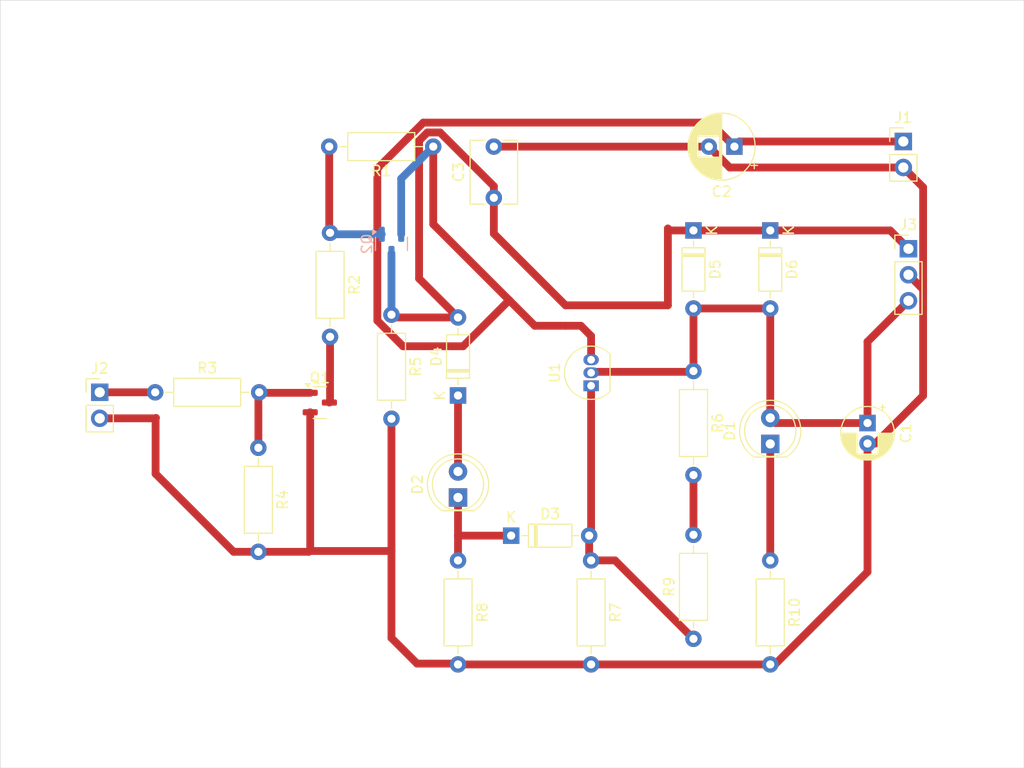
<source format=kicad_pcb>
(kicad_pcb (version 20241229) (generator "pcbnew") (generator_version "9.0")
  (layers (0 "F.Cu" signal) (2 "B.Cu" signal) (5 "F.SilkS" user "F.Silkscreen") (7 "B.SilkS" user "B.Silkscreen") (3 "B.Mask" user) (25 "Edge.Cuts" user))
  (net 0 "")
  (net 1 "Net-(D1-A)")
  (net 2 "GND")
  (net 3 "Net-(J1-Pin_1)")
  (net 4 "Net-(D4-A)")
  (net 5 "Net-(D1-K)")
  (net 6 "Net-(D2-K)")
  (net 7 "Net-(D2-A)")
  (net 8 "Net-(Q1-C)")
  (net 9 "Net-(D3-A)")
  (net 10 "Net-(J2-Pin_1)")
  (net 11 "Net-(Q1-B)")
  (net 12 "Net-(Q2-G)")
  (net 13 "Net-(R6-Pad2)")
  (footprint "Resistor_THT:R_Axial_DIN0207_L6.3mm_D2.5mm_P10.16mm_Horizontal" (layer "F.Cu") (at 78.5 136.92 -90)
    (property "Reference" "R8" (at 5.08 -2.37 90) (layer "F.SilkS"))
    (property "Value" "3.3K")
    (pad "1" thru_hole circle (at 0 0 270) (size 1.6 1.6) (drill 0.8) (layers "*.Cu" "*.Mask") (net 6 "Net-(D2-K)"))
    (pad "2" thru_hole oval (at 10.16 0 270) (size 1.6 1.6) (drill 0.8) (layers "*.Cu" "*.Mask") (net 2 "GND"))
  )
  (footprint "Capacitor_THT:CP_Radial_D5.0mm_P2.00mm" (layer "F.Cu") (at 118.5 123.5 -90)
    (property "Reference" "C1" (at 1 -3.75 90) (layer "F.SilkS"))
    (property "Value" "4.7uF 25V")
    (pad "1" thru_hole rect (at 0 0 270) (size 1.6 1.6) (drill 0.8) (layers "*.Cu" "*.Mask") (net 1 "Net-(D1-A)"))
    (pad "2" thru_hole circle (at 2 0 270) (size 1.6 1.6) (drill 0.8) (layers "*.Cu" "*.Mask") (net 2 "GND"))
  )
  (footprint "Resistor_THT:R_Axial_DIN0207_L6.3mm_D2.5mm_P10.16mm_Horizontal" (layer "F.Cu") (at 109 136.92 -90)
    (property "Reference" "R10" (at 5.08 -2.37 90) (layer "F.SilkS"))
    (property "Value" "820")
    (pad "1" thru_hole circle (at 0 0 270) (size 1.6 1.6) (drill 0.8) (layers "*.Cu" "*.Mask") (net 5 "Net-(D1-K)"))
    (pad "2" thru_hole oval (at 10.16 0 270) (size 1.6 1.6) (drill 0.8) (layers "*.Cu" "*.Mask") (net 2 "GND"))
  )
  (footprint "Resistor_THT:R_Axial_DIN0207_L6.3mm_D2.5mm_P10.16mm_Horizontal" (layer "F.Cu") (at 91.5 136.92 -90)
    (property "Reference" "R7" (at 5.08 -2.37 90) (layer "F.SilkS"))
    (property "Value" "820")
    (pad "1" thru_hole circle (at 0 0 270) (size 1.6 1.6) (drill 0.8) (layers "*.Cu" "*.Mask") (net 9 "Net-(D3-A)"))
    (pad "2" thru_hole oval (at 10.16 0 270) (size 1.6 1.6) (drill 0.8) (layers "*.Cu" "*.Mask") (net 2 "GND"))
  )
  (footprint "Resistor_THT:R_Axial_DIN0207_L6.3mm_D2.5mm_P10.16mm_Horizontal" (layer "F.Cu") (at 48.92 120.5)
    (property "Reference" "R3" (at 5.08 -2.37 0) (layer "F.SilkS"))
    (property "Value" "3.3K")
    (pad "1" thru_hole circle (at 0 0) (size 1.6 1.6) (drill 0.8) (layers "*.Cu" "*.Mask") (net 10 "Net-(J2-Pin_1)"))
    (pad "2" thru_hole oval (at 10.16 0) (size 1.6 1.6) (drill 0.8) (layers "*.Cu" "*.Mask") (net 11 "Net-(Q1-B)"))
  )
  (footprint "Resistor_THT:R_Axial_DIN0207_L6.3mm_D2.5mm_P10.16mm_Horizontal" (layer "F.Cu") (at 59 125.92 -90)
    (property "Reference" "R4" (at 5.08 -2.37 90) (layer "F.SilkS"))
    (property "Value" "2.7K")
    (pad "1" thru_hole circle (at 0 0 270) (size 1.6 1.6) (drill 0.8) (layers "*.Cu" "*.Mask") (net 11 "Net-(Q1-B)"))
    (pad "2" thru_hole oval (at 10.16 0 270) (size 1.6 1.6) (drill 0.8) (layers "*.Cu" "*.Mask") (net 2 "GND"))
  )
  (footprint "Resistor_THT:R_Axial_DIN0207_L6.3mm_D2.5mm_P10.16mm_Horizontal" (layer "F.Cu") (at 76.08 96.5 180)
    (property "Reference" "R1" (at 5.08 -2.37 0) (layer "F.SilkS"))
    (property "Value" "2.7K")
    (pad "1" thru_hole circle (at 0 0 180) (size 1.6 1.6) (drill 0.8) (layers "*.Cu" "*.Mask") (net 3 "Net-(J1-Pin_1)"))
    (pad "2" thru_hole oval (at 10.16 0 180) (size 1.6 1.6) (drill 0.8) (layers "*.Cu" "*.Mask") (net 12 "Net-(Q2-G)"))
  )
  (footprint "Connector_PinHeader_2.54mm:PinHeader_1x02_P2.54mm_Vertical" (layer "F.Cu") (at 43.5 120.5)
    (property "Reference" "J2" (at 0 -2.33 0) (layer "F.SilkS"))
    (property "Value" "Prog_EN")
    (pad "1" thru_hole rect (at 0 0) (size 1.7 1.7) (drill 1) (layers "*.Cu" "*.Mask") (net 10 "Net-(J2-Pin_1)"))
    (pad "2" thru_hole oval (at 0 2.54) (size 1.7 1.7) (drill 1) (layers "*.Cu" "*.Mask") (net 2 "GND"))
  )
  (footprint "LED_THT:LED_D5.0mm" (layer "F.Cu") (at 78.5 130.775 90)
    (property "Reference" "D2" (at 1.27 -3.96 90) (layer "F.SilkS"))
    (property "Value" "Prog_Ind")
    (pad "1" thru_hole rect (at 0 0 90) (size 1.8 1.8) (drill 0.9) (layers "*.Cu" "*.Mask") (net 6 "Net-(D2-K)"))
    (pad "2" thru_hole circle (at 2.54 0 90) (size 1.8 1.8) (drill 0.9) (layers "*.Cu" "*.Mask") (net 7 "Net-(D2-A)"))
  )
  (footprint "Connector_PinHeader_2.54mm:PinHeader_1x02_P2.54mm_Vertical" (layer "F.Cu") (at 122 96)
    (property "Reference" "J1" (at 0 -2.33 0) (layer "F.SilkS"))
    (property "Value" "13Vdc_In")
    (pad "1" thru_hole rect (at 0 0) (size 1.7 1.7) (drill 1) (layers "*.Cu" "*.Mask") (net 3 "Net-(J1-Pin_1)"))
    (pad "2" thru_hole oval (at 0 2.54) (size 1.7 1.7) (drill 1) (layers "*.Cu" "*.Mask") (net 2 "GND"))
  )
  (footprint "Capacitor_THT:CP_Radial_D6.3mm_P2.50mm" (layer "F.Cu") (at 105.5 96.5 180)
    (property "Reference" "C2" (at 1.25 -4.4 0) (layer "F.SilkS"))
    (property "Value" "100uF 16V")
    (pad "1" thru_hole rect (at 0 0 180) (size 1.6 1.6) (drill 0.8) (layers "*.Cu" "*.Mask") (net 3 "Net-(J1-Pin_1)"))
    (pad "2" thru_hole circle (at 2.5 0 180) (size 1.6 1.6) (drill 0.8) (layers "*.Cu" "*.Mask") (net 2 "GND"))
  )
  (footprint "Package_TO_SOT_THT:TO-92_Inline" (layer "F.Cu") (at 91.5 119.86 90)
    (property "Reference" "U1" (at 1.27 -3.56 90) (layer "F.SilkS"))
    (property "Value" "LM317L_TO92")
    (pad "1" thru_hole rect (at 0 0 90) (size 1.05 1.5) (drill 0.75) (layers "*.Cu" "*.Mask") (net 9 "Net-(D3-A)"))
    (pad "2" thru_hole oval (at 1.27 0 90) (size 1.05 1.5) (drill 0.75) (layers "*.Cu" "*.Mask") (net 1 "Net-(D1-A)"))
    (pad "3" thru_hole oval (at 2.54 0 90) (size 1.05 1.5) (drill 0.75) (layers "*.Cu" "*.Mask") (net 3 "Net-(J1-Pin_1)"))
  )
  (footprint "Resistor_THT:R_Axial_DIN0207_L6.3mm_D2.5mm_P10.16mm_Horizontal" (layer "F.Cu") (at 72 112.92 -90)
    (property "Reference" "R5" (at 5.08 -2.37 90) (layer "F.SilkS"))
    (property "Value" "2.7K")
    (pad "1" thru_hole circle (at 0 0 270) (size 1.6 1.6) (drill 0.8) (layers "*.Cu" "*.Mask") (net 4 "Net-(D4-A)"))
    (pad "2" thru_hole oval (at 10.16 0 270) (size 1.6 1.6) (drill 0.8) (layers "*.Cu" "*.Mask") (net 2 "GND"))
  )
  (footprint "LED_THT:LED_D5.0mm" (layer "F.Cu") (at 109 125.54 90)
    (property "Reference" "D1" (at 1.27 -3.96 90) (layer "F.SilkS"))
    (property "Value" "Power_Ind")
    (pad "1" thru_hole rect (at 0 0 90) (size 1.8 1.8) (drill 0.9) (layers "*.Cu" "*.Mask") (net 5 "Net-(D1-K)"))
    (pad "2" thru_hole circle (at 2.54 0 90) (size 1.8 1.8) (drill 0.9) (layers "*.Cu" "*.Mask") (net 1 "Net-(D1-A)"))
  )
  (footprint "Diode_THT:D_DO-35_SOD27_P7.62mm_Horizontal" (layer "F.Cu") (at 83.69 134.5)
    (property "Reference" "D3" (at 3.81 -2.12 0) (layer "F.SilkS"))
    (property "Value" "1N4148")
    (fp_text user "K" (at 0 -1.8 0) (layer "F.SilkS"))
    (pad "1" thru_hole rect (at 0 0) (size 1.6 1.6) (drill 0.8) (layers "*.Cu" "*.Mask") (net 6 "Net-(D2-K)"))
    (pad "2" thru_hole oval (at 7.62 0) (size 1.6 1.6) (drill 0.8) (layers "*.Cu" "*.Mask") (net 9 "Net-(D3-A)"))
  )
  (footprint "Resistor_THT:R_Axial_DIN0207_L6.3mm_D2.5mm_P10.16mm_Horizontal" (layer "F.Cu") (at 66 104.92 -90)
    (property "Reference" "R2" (at 5.08 -2.37 90) (layer "F.SilkS"))
    (property "Value" "3.3K")
    (pad "1" thru_hole circle (at 0 0 270) (size 1.6 1.6) (drill 0.8) (layers "*.Cu" "*.Mask") (net 12 "Net-(Q2-G)"))
    (pad "2" thru_hole oval (at 10.16 0 270) (size 1.6 1.6) (drill 0.8) (layers "*.Cu" "*.Mask") (net 8 "Net-(Q1-C)"))
  )
  (footprint "Connector_PinHeader_2.54mm:PinHeader_1x03_P2.54mm_Vertical" (layer "F.Cu") (at 122.5 106.475)
    (property "Reference" "J3" (at 0 -2.33 0) (layer "F.SilkS"))
    (property "Value" "Vpp_Vcc_Out")
    (pad "1" thru_hole rect (at 0 0) (size 1.7 1.7) (drill 1) (layers "*.Cu" "*.Mask") (net 4 "Net-(D4-A)"))
    (pad "2" thru_hole oval (at 0 2.54) (size 1.7 1.7) (drill 1) (layers "*.Cu" "*.Mask") (net 2 "GND"))
    (pad "3" thru_hole oval (at 0 5.08) (size 1.7 1.7) (drill 1) (layers "*.Cu" "*.Mask") (net 1 "Net-(D1-A)"))
  )
  (footprint "Resistor_THT:R_Axial_DIN0207_L6.3mm_D2.5mm_P10.16mm_Horizontal" (layer "F.Cu") (at 101.5 144.58 90)
    (property "Reference" "R9" (at 5.08 -2.37 90) (layer "F.SilkS"))
    (property "Value" "6.8")
    (pad "1" thru_hole circle (at 0 0 90) (size 1.6 1.6) (drill 0.8) (layers "*.Cu" "*.Mask") (net 9 "Net-(D3-A)"))
    (pad "2" thru_hole oval (at 10.16 0 90) (size 1.6 1.6) (drill 0.8) (layers "*.Cu" "*.Mask") (net 13 "Net-(R6-Pad2)"))
  )
  (footprint "Diode_THT:D_DO-35_SOD27_P7.62mm_Horizontal" (layer "F.Cu") (at 78.5 120.81 90)
    (property "Reference" "D4" (at 3.81 -2.12 90) (layer "F.SilkS"))
    (property "Value" "1N4148")
    (fp_text user "K" (at 0 -1.8 90) (layer "F.SilkS"))
    (pad "1" thru_hole rect (at 0 0 90) (size 1.6 1.6) (drill 0.8) (layers "*.Cu" "*.Mask") (net 7 "Net-(D2-A)"))
    (pad "2" thru_hole oval (at 7.62 0 90) (size 1.6 1.6) (drill 0.8) (layers "*.Cu" "*.Mask") (net 4 "Net-(D4-A)"))
  )
  (footprint "Diode_THT:D_DO-35_SOD27_P7.62mm_Horizontal" (layer "F.Cu") (at 101.5 104.69 -90)
    (property "Reference" "D5" (at 3.81 -2.12 90) (layer "F.SilkS"))
    (property "Value" "1N60")
    (fp_text user "K" (at 0 -1.8 90) (layer "F.SilkS"))
    (pad "1" thru_hole rect (at 0 0 270) (size 1.6 1.6) (drill 0.8) (layers "*.Cu" "*.Mask") (net 4 "Net-(D4-A)"))
    (pad "2" thru_hole oval (at 7.62 0 270) (size 1.6 1.6) (drill 0.8) (layers "*.Cu" "*.Mask") (net 1 "Net-(D1-A)"))
  )
  (footprint "Package_TO_SOT_SMD:SOT-23" (layer "F.Cu") (at 65 121.5)
    (property "Reference" "Q1" (at 0 -2.4 0) (layer "F.SilkS"))
    (property "Value" "SST3904")
    (pad "1" smd roundrect (at -0.9375 -0.95) (size 1.475 0.6) (layers "F.Cu" "F.Mask" "F.Paste") (net 11 "Net-(Q1-B)"))
    (pad "2" smd roundrect (at -0.9375 0.95) (size 1.475 0.6) (layers "F.Cu" "F.Mask" "F.Paste") (net 2 "GND"))
    (pad "3" smd roundrect (at 0.9375 0) (size 1.475 0.6) (layers "F.Cu" "F.Mask" "F.Paste") (net 8 "Net-(Q1-C)"))
  )
  (footprint "Capacitor_THT:C_Disc_D6.0mm_W4.4mm_P5.00mm" (layer "F.Cu") (at 82 101.5 90)
    (property "Reference" "C3" (at 2.5 -3.45 90) (layer "F.SilkS"))
    (property "Value" "0.22uF 50V")
    (pad "1" thru_hole circle (at 0 0 90) (size 1.6 1.6) (drill 0.8) (layers "*.Cu" "*.Mask") (net 4 "Net-(D4-A)"))
    (pad "2" thru_hole circle (at 5 0 90) (size 1.6 1.6) (drill 0.8) (layers "*.Cu" "*.Mask") (net 2 "GND"))
  )
  (footprint "Diode_THT:D_DO-35_SOD27_P7.62mm_Horizontal" (layer "F.Cu") (at 109 104.69 -90)
    (property "Reference" "D6" (at 3.81 -2.12 90) (layer "F.SilkS"))
    (property "Value" "1N60")
    (fp_text user "K" (at 0 -1.8 90) (layer "F.SilkS"))
    (pad "1" thru_hole rect (at 0 0 270) (size 1.6 1.6) (drill 0.8) (layers "*.Cu" "*.Mask") (net 4 "Net-(D4-A)"))
    (pad "2" thru_hole oval (at 7.62 0 270) (size 1.6 1.6) (drill 0.8) (layers "*.Cu" "*.Mask") (net 1 "Net-(D1-A)"))
  )
  (footprint "Resistor_THT:R_Axial_DIN0207_L6.3mm_D2.5mm_P10.16mm_Horizontal" (layer "F.Cu") (at 101.5 118.42 -90)
    (property "Reference" "R6" (at 5.08 -2.37 90) (layer "F.SilkS"))
    (property "Value" "220")
    (pad "1" thru_hole circle (at 0 0 270) (size 1.6 1.6) (drill 0.8) (layers "*.Cu" "*.Mask") (net 1 "Net-(D1-A)"))
    (pad "2" thru_hole oval (at 10.16 0 270) (size 1.6 1.6) (drill 0.8) (layers "*.Cu" "*.Mask") (net 13 "Net-(R6-Pad2)"))
  )
  (footprint "Package_TO_SOT_SMD:SOT-23" (layer "B.Cu") (at 72 106 -90)
    (property "Reference" "Q2" (at 0 2.4 90) (layer "B.SilkS") (effects (justify mirror)))
    (property "Value" "TM2301GN")
    (pad "1" smd roundrect (at -0.9375 0.95 270) (size 1.475 0.6) (layers "B.Cu" "B.Mask" "B.Paste") (net 12 "Net-(Q2-G)"))
    (pad "2" smd roundrect (at -0.9375 -0.95 270) (size 1.475 0.6) (layers "B.Cu" "B.Mask" "B.Paste") (net 3 "Net-(J1-Pin_1)"))
    (pad "3" smd roundrect (at 0.9375 0 270) (size 1.475 0.6) (layers "B.Cu" "B.Mask" "B.Paste") (net 4 "Net-(D4-A)"))
  )
  (gr_rect (start 33.785714 82.203375) (end 133.785714 157.203375) (stroke (width 0.05)) (fill no) (layer "Edge.Cuts"))
  (segment (start 109.5 123.5) (end 109 123) (width 0.762) (layer "F.Cu") (net 1))
  (segment (start 118.5 123.5) (end 109.5 123.5) (width 0.762) (layer "F.Cu") (net 1))
  (segment (start 101.5 112.31) (end 101.5 118.42) (width 0.762) (layer "F.Cu") (net 1))
  (segment (start 91.5 118.59) (end 91.59 118.5) (width 0.762) (layer "F.Cu") (net 1))
  (segment (start 109 123) (end 109 112.31) (width 0.762) (layer "F.Cu") (net 1))
  (segment (start 118.5 115.555) (end 118.5 123.5) (width 0.762) (layer "F.Cu") (net 1))
  (segment (start 101.5 112.31) (end 109 112.31) (width 0.762) (layer "F.Cu") (net 1))
  (segment (start 122.5 111.555) (end 118.5 115.555) (width 0.762) (layer "F.Cu") (net 1))
  (segment (start 91.59 118.5) (end 101.42 118.5) (width 0.762) (layer "F.Cu") (net 1))
  (segment (start 101.42 118.5) (end 101.5 118.42) (width 0.762) (layer "F.Cu") (net 1))
  (segment (start 123.932 100.472) (end 123.932 110.447) (width 0.762) (layer "F.Cu") (net 2))
  (segment (start 109 147.08) (end 91.5 147.08) (width 0.762) (layer "F.Cu") (net 2))
  (segment (start 56.58 136.08) (end 59 136.08) (width 0.762) (layer "F.Cu") (net 2))
  (segment (start 123.932 110.447) (end 123.932 120.832) (width 0.762) (layer "F.Cu") (net 2))
  (segment (start 122.5 109.015) (end 123.932 110.447) (width 0.762) (layer "F.Cu") (net 2))
  (segment (start 109.46 147.08) (end 109 147.08) (width 0.762) (layer "F.Cu") (net 2))
  (segment (start 118.5 138.04) (end 109.46 147.08) (width 0.762) (layer "F.Cu") (net 2))
  (segment (start 48.96 123.04) (end 49 123) (width 0.762) (layer "F.Cu") (net 2))
  (segment (start 103 96.5) (end 82 96.5) (width 0.762) (layer "F.Cu") (net 2))
  (segment (start 78.5 147.08) (end 78.42 147) (width 0.762) (layer "F.Cu") (net 2))
  (segment (start 105.04 98.54) (end 103 96.5) (width 0.762) (layer "F.Cu") (net 2))
  (segment (start 48.96 123.04) (end 48.96 128.46) (width 0.762) (layer "F.Cu") (net 2))
  (segment (start 78.42 147) (end 74.5 147) (width 0.762) (layer "F.Cu") (net 2))
  (segment (start 122 98.54) (end 123.932 100.472) (width 0.762) (layer "F.Cu") (net 2))
  (segment (start 72 144.5) (end 72 136) (width 0.762) (layer "F.Cu") (net 2))
  (segment (start 64.0625 135.9375) (end 64 136) (width 0.762) (layer "F.Cu") (net 2))
  (segment (start 63.92 136.08) (end 59 136.08) (width 0.762) (layer "F.Cu") (net 2))
  (segment (start 78.5 147.08) (end 91.5 147.08) (width 0.762) (layer "F.Cu") (net 2))
  (segment (start 64.0625 122.45) (end 64.0625 135.9375) (width 0.762) (layer "F.Cu") (net 2))
  (segment (start 72 136) (end 64 136) (width 0.762) (layer "F.Cu") (net 2))
  (segment (start 122 98.54) (end 105.04 98.54) (width 0.762) (layer "F.Cu") (net 2))
  (segment (start 43.5 123.04) (end 48.96 123.04) (width 0.762) (layer "F.Cu") (net 2))
  (segment (start 74.5 147) (end 72 144.5) (width 0.762) (layer "F.Cu") (net 2))
  (segment (start 64 136) (end 63.92 136.08) (width 0.762) (layer "F.Cu") (net 2))
  (segment (start 119.264 125.5) (end 118.5 125.5) (width 0.762) (layer "F.Cu") (net 2))
  (segment (start 48.96 128.46) (end 56.58 136.08) (width 0.762) (layer "F.Cu") (net 2))
  (segment (start 123.932 120.832) (end 119.264 125.5) (width 0.762) (layer "F.Cu") (net 2))
  (segment (start 72 123.08) (end 72 136) (width 0.762) (layer "F.Cu") (net 2))
  (segment (start 118.5 125.5) (end 118.5 138.04) (width 0.762) (layer "F.Cu") (net 2))
  (segment (start 86 114) (end 83.5 111.5) (width 0.762) (layer "F.Cu") (net 3))
  (segment (start 89 114) (end 86 114) (width 0.762) (layer "F.Cu") (net 3))
  (segment (start 73.125556 116) (end 79 116) (width 0.762) (layer "F.Cu") (net 3))
  (segment (start 79 116) (end 83.5 111.5) (width 0.762) (layer "F.Cu") (net 3))
  (segment (start 76.08 104.08) (end 76.08 96.5) (width 0.762) (layer "F.Cu") (net 3))
  (segment (start 106 96) (end 105.5 96.5) (width 0.762) (layer "F.Cu") (net 3))
  (segment (start 75.108668 94.155) (end 70.618 98.645668) (width 0.762) (layer "F.Cu") (net 3))
  (segment (start 90.5 114) (end 89 114) (width 0.762) (layer "F.Cu") (net 3))
  (segment (start 122 96) (end 106 96) (width 0.762) (layer "F.Cu") (net 3))
  (segment (start 91.5 115) (end 90.5 114) (width 0.762) (layer "F.Cu") (net 3))
  (segment (start 91.5 117.32) (end 91.5 115) (width 0.762) (layer "F.Cu") (net 3))
  (segment (start 105.5 96.5) (end 103.155 94.155) (width 0.762) (layer "F.Cu") (net 3))
  (segment (start 103.155 94.155) (end 75.108668 94.155) (width 0.762) (layer "F.Cu") (net 3))
  (segment (start 70.618 98.645668) (end 70.618 113.492444) (width 0.762) (layer "F.Cu") (net 3))
  (segment (start 70.618 113.492444) (end 73.125556 116) (width 0.762) (layer "F.Cu") (net 3))
  (segment (start 83.5 111.5) (end 76.08 104.08) (width 0.762) (layer "F.Cu") (net 3))
  (segment (start 72.95 99.63) (end 76.08 96.5) (width 0.762) (layer "B.Cu") (net 3))
  (segment (start 72.95 105.0625) (end 72.95 99.63) (width 0.762) (layer "B.Cu") (net 3))
  (segment (start 122.5 106.475) (end 120.715 104.69) (width 0.762) (layer "F.Cu") (net 4))
  (segment (start 74.698 95.927556) (end 74.698 109.388) (width 0.762) (layer "F.Cu") (net 4))
  (segment (start 72.27 113.19) (end 72 112.92) (width 0.762) (layer "F.Cu") (net 4))
  (segment (start 99.19 104.69) (end 101.5 104.69) (width 0.762) (layer "F.Cu") (net 4))
  (segment (start 120.715 104.69) (end 109 104.69) (width 0.762) (layer "F.Cu") (net 4))
  (segment (start 99 112) (end 99 104.5) (width 0.762) (layer "F.Cu") (net 4))
  (segment (start 82 105) (end 89 112) (width 0.762) (layer "F.Cu") (net 4))
  (segment (start 78.5 113.19) (end 72.27 113.19) (width 0.762) (layer "F.Cu") (net 4))
  (segment (start 75.507556 95.118) (end 74.698 95.927556) (width 0.762) (layer "F.Cu") (net 4))
  (segment (start 109 104.69) (end 101.5 104.69) (width 0.762) (layer "F.Cu") (net 4))
  (segment (start 99 104.5) (end 99.19 104.69) (width 0.762) (layer "F.Cu") (net 4))
  (segment (start 76.74937 95.118) (end 75.507556 95.118) (width 0.762) (layer "F.Cu") (net 4))
  (segment (start 82 101.5) (end 82 100.36863) (width 0.762) (layer "F.Cu") (net 4))
  (segment (start 89 112) (end 99 112) (width 0.762) (layer "F.Cu") (net 4))
  (segment (start 82 101.5) (end 82 105) (width 0.762) (layer "F.Cu") (net 4))
  (segment (start 74.698 109.388) (end 78.5 113.19) (width 0.762) (layer "F.Cu") (net 4))
  (segment (start 82 100.36863) (end 76.74937 95.118) (width 0.762) (layer "F.Cu") (net 4))
  (segment (start 72 106.9375) (end 72 112.92) (width 0.762) (layer "B.Cu") (net 4))
  (segment (start 109 125.54) (end 109 136.92) (width 0.762) (layer "F.Cu") (net 5))
  (segment (start 78.5 136.92) (end 78.5 134.5) (width 0.762) (layer "F.Cu") (net 6))
  (segment (start 83.69 134.5) (end 78.5 134.5) (width 0.762) (layer "F.Cu") (net 6))
  (segment (start 78.5 130.775) (end 78.5 134.5) (width 0.762) (layer "F.Cu") (net 6))
  (segment (start 78.5 120.81) (end 78.5 128.235) (width 0.762) (layer "F.Cu") (net 7))
  (segment (start 66 115.08) (end 66 121.4375) (width 0.762) (layer "F.Cu") (net 8))
  (segment (start 66 121.4375) (end 65.9375 121.5) (width 0.762) (layer "F.Cu") (net 8))
  (segment (start 91.31 136.73) (end 91.5 136.92) (width 0.762) (layer "F.Cu") (net 9))
  (segment (start 91.5 134.31) (end 91.31 134.5) (width 0.762) (layer "F.Cu") (net 9))
  (segment (start 93.84 136.92) (end 91.5 136.92) (width 0.762) (layer "F.Cu") (net 9))
  (segment (start 91.5 119.86) (end 91.5 134.31) (width 0.762) (layer "F.Cu") (net 9))
  (segment (start 91.31 134.5) (end 91.31 136.73) (width 0.762) (layer "F.Cu") (net 9))
  (segment (start 101.5 144.58) (end 93.84 136.92) (width 0.762) (layer "F.Cu") (net 9))
  (segment (start 43.5 120.5) (end 48.92 120.5) (width 0.762) (layer "F.Cu") (net 10))
  (segment (start 59.13 120.55) (end 59.08 120.5) (width 0.762) (layer "F.Cu") (net 11))
  (segment (start 59.08 120.5) (end 59 120.58) (width 0.762) (layer "F.Cu") (net 11))
  (segment (start 59 120.58) (end 59 125.92) (width 0.762) (layer "F.Cu") (net 11))
  (segment (start 64.0625 120.55) (end 59.13 120.55) (width 0.762) (layer "F.Cu") (net 11))
  (segment (start 65.92 96.5) (end 65.92 104.84) (width 0.762) (layer "F.Cu") (net 12))
  (segment (start 65.92 104.84) (end 66 104.92) (width 0.762) (layer "F.Cu") (net 12))
  (segment (start 66.08 105) (end 66 104.92) (width 0.762) (layer "F.Cu") (net 12))
  (segment (start 71.05 105.0625) (end 66.1425 105.0625) (width 0.762) (layer "B.Cu") (net 12))
  (segment (start 66.1425 105.0625) (end 66 104.92) (width 0.762) (layer "B.Cu") (net 12))
  (segment (start 101.5 128.58) (end 101.5 134.42) (width 0.762) (layer "F.Cu") (net 13))
)
</source>
